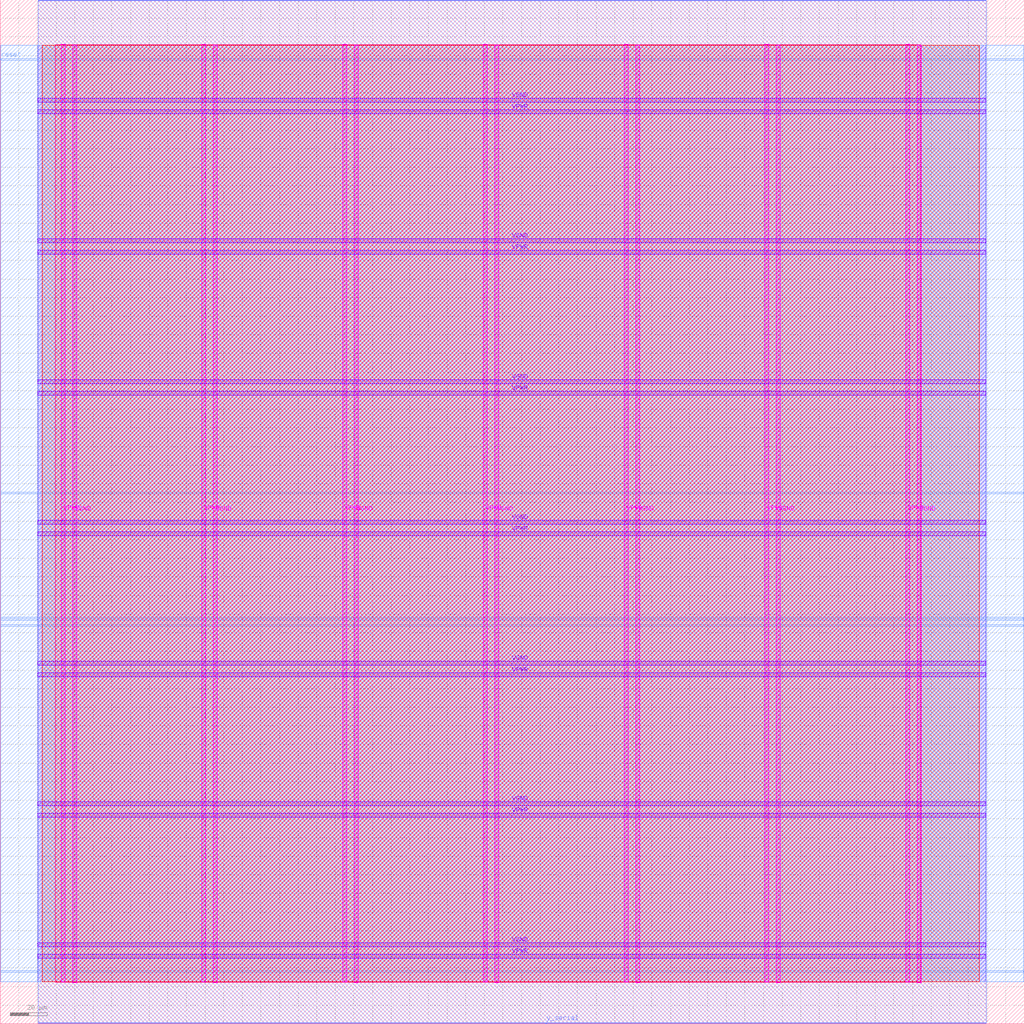
<source format=lef>
VERSION 5.7 ;
  NOWIREEXTENSIONATPIN ON ;
  DIVIDERCHAR "/" ;
  BUSBITCHARS "[]" ;
MACRO top
  CLASS BLOCK ;
  FOREIGN top ;
  ORIGIN 0.000 0.000 ;
  SIZE 550.000 BY 550.000 ;
  PIN VGND
    DIRECTION INOUT ;
    USE GROUND ;
    PORT
      LAYER TopMetal1 ;
        RECT 38.860 22.050 41.060 525.640 ;
    END
    PORT
      LAYER TopMetal1 ;
        RECT 114.460 22.050 116.660 525.640 ;
    END
    PORT
      LAYER TopMetal1 ;
        RECT 190.060 22.050 192.260 525.640 ;
    END
    PORT
      LAYER TopMetal1 ;
        RECT 265.660 22.050 267.860 525.640 ;
    END
    PORT
      LAYER TopMetal1 ;
        RECT 341.260 22.050 343.460 525.640 ;
    END
    PORT
      LAYER TopMetal1 ;
        RECT 416.860 22.050 419.060 525.640 ;
    END
    PORT
      LAYER TopMetal1 ;
        RECT 492.460 22.050 494.660 525.640 ;
    END
    PORT
      LAYER TopMetal2 ;
        RECT 20.160 41.380 529.440 43.580 ;
    END
    PORT
      LAYER TopMetal2 ;
        RECT 20.160 116.980 529.440 119.180 ;
    END
    PORT
      LAYER TopMetal2 ;
        RECT 20.160 192.580 529.440 194.780 ;
    END
    PORT
      LAYER TopMetal2 ;
        RECT 20.160 268.180 529.440 270.380 ;
    END
    PORT
      LAYER TopMetal2 ;
        RECT 20.160 343.780 529.440 345.980 ;
    END
    PORT
      LAYER TopMetal2 ;
        RECT 20.160 419.380 529.440 421.580 ;
    END
    PORT
      LAYER TopMetal2 ;
        RECT 20.160 494.980 529.440 497.180 ;
    END
  END VGND
  PIN VPWR
    DIRECTION INOUT ;
    USE POWER ;
    PORT
      LAYER TopMetal1 ;
        RECT 32.660 22.460 34.860 526.050 ;
    END
    PORT
      LAYER TopMetal1 ;
        RECT 108.260 22.460 110.460 526.050 ;
    END
    PORT
      LAYER TopMetal1 ;
        RECT 183.860 22.460 186.060 526.050 ;
    END
    PORT
      LAYER TopMetal1 ;
        RECT 259.460 22.460 261.660 526.050 ;
    END
    PORT
      LAYER TopMetal1 ;
        RECT 335.060 22.460 337.260 526.050 ;
    END
    PORT
      LAYER TopMetal1 ;
        RECT 410.660 22.460 412.860 526.050 ;
    END
    PORT
      LAYER TopMetal1 ;
        RECT 486.260 22.460 488.460 526.050 ;
    END
    PORT
      LAYER TopMetal2 ;
        RECT 20.160 35.180 529.440 37.380 ;
    END
    PORT
      LAYER TopMetal2 ;
        RECT 20.160 110.780 529.440 112.980 ;
    END
    PORT
      LAYER TopMetal2 ;
        RECT 20.160 186.380 529.440 188.580 ;
    END
    PORT
      LAYER TopMetal2 ;
        RECT 20.160 261.980 529.440 264.180 ;
    END
    PORT
      LAYER TopMetal2 ;
        RECT 20.160 337.580 529.440 339.780 ;
    END
    PORT
      LAYER TopMetal2 ;
        RECT 20.160 413.180 529.440 415.380 ;
    END
    PORT
      LAYER TopMetal2 ;
        RECT 20.160 488.780 529.440 490.980 ;
    END
  END VPWR
  PIN clkA
    DIRECTION INPUT ;
    USE SIGNAL ;
    ANTENNAGATEAREA 1.450800 ;
    PORT
      LAYER Metal3 ;
        RECT 549.600 27.940 550.000 28.340 ;
    END
  END clkA
  PIN reset
    DIRECTION INPUT ;
    USE SIGNAL ;
    ANTENNAGATEAREA 0.180700 ;
    PORT
      LAYER Metal3 ;
        RECT 0.000 517.660 0.400 518.060 ;
    END
  END reset
  PIN spi_miso
    DIRECTION OUTPUT ;
    USE SIGNAL ;
    ANTENNADIFFAREA 0.706800 ;
    PORT
      LAYER Metal3 ;
        RECT 549.600 216.940 550.000 217.340 ;
    END
  END spi_miso
  PIN spi_mosi
    DIRECTION INPUT ;
    USE SIGNAL ;
    ANTENNAGATEAREA 0.180700 ;
    PORT
      LAYER Metal3 ;
        RECT 549.600 284.980 550.000 285.380 ;
    END
  END spi_mosi
  PIN spi_sclk
    DIRECTION INPUT ;
    USE SIGNAL ;
    ANTENNAGATEAREA 1.450800 ;
    PORT
      LAYER Metal3 ;
        RECT 549.600 213.580 550.000 213.980 ;
    END
  END spi_sclk
  PIN spi_ss_n
    DIRECTION INPUT ;
    USE SIGNAL ;
    ANTENNAGATEAREA 0.180700 ;
    PORT
      LAYER Metal3 ;
        RECT 549.600 217.780 550.000 218.180 ;
    END
  END spi_ss_n
  PIN x_serial
    DIRECTION INPUT ;
    USE SIGNAL ;
    ANTENNAGATEAREA 0.180700 ;
    PORT
      LAYER Metal2 ;
        RECT 317.080 549.600 317.480 550.000 ;
    END
  END x_serial
  PIN y_serial
    DIRECTION OUTPUT ;
    USE SIGNAL ;
    ANTENNADIFFAREA 0.708600 ;
    PORT
      LAYER Metal2 ;
        RECT 293.080 0.000 293.480 0.400 ;
    END
  END y_serial
  OBS
      LAYER GatPoly ;
        RECT 20.160 22.530 529.440 525.570 ;
      LAYER Metal1 ;
        RECT 20.160 22.460 529.440 525.640 ;
      LAYER Metal2 ;
        RECT 20.535 549.390 316.870 549.600 ;
        RECT 317.690 549.390 529.545 549.600 ;
        RECT 20.535 0.610 529.545 549.390 ;
        RECT 20.535 0.400 292.870 0.610 ;
        RECT 293.690 0.400 529.545 0.610 ;
      LAYER Metal3 ;
        RECT 0.400 518.270 549.600 525.520 ;
        RECT 0.610 517.450 549.600 518.270 ;
        RECT 0.400 285.590 549.600 517.450 ;
        RECT 0.400 284.770 549.390 285.590 ;
        RECT 0.400 218.390 549.600 284.770 ;
        RECT 0.400 217.570 549.390 218.390 ;
        RECT 0.400 217.550 549.600 217.570 ;
        RECT 0.400 216.730 549.390 217.550 ;
        RECT 0.400 214.190 549.600 216.730 ;
        RECT 0.400 213.370 549.390 214.190 ;
        RECT 0.400 28.550 549.600 213.370 ;
        RECT 0.400 27.730 549.390 28.550 ;
        RECT 0.400 22.580 549.600 27.730 ;
      LAYER Metal4 ;
        RECT 22.460 22.535 525.700 525.565 ;
      LAYER Metal5 ;
        RECT 29.615 22.370 494.525 525.730 ;
  END
END top
END LIBRARY


</source>
